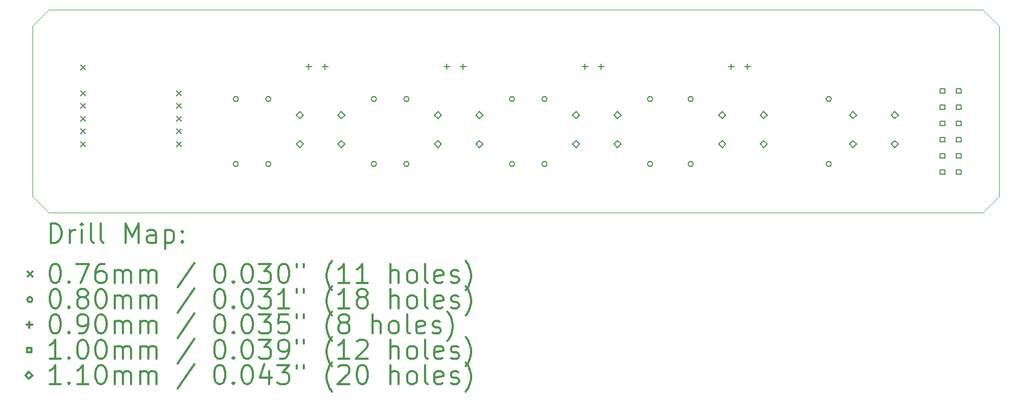
<source format=gbr>
%FSLAX45Y45*%
G04 Gerber Fmt 4.5, Leading zero omitted, Abs format (unit mm)*
G04 Created by KiCad (PCBNEW 5.1.5+dfsg1-2build2) date 2021-12-17 12:38:36*
%MOMM*%
%LPD*%
G04 APERTURE LIST*
%TA.AperFunction,Profile*%
%ADD10C,0.100000*%
%TD*%
%ADD11C,0.200000*%
%ADD12C,0.300000*%
G04 APERTURE END LIST*
D10*
X6731000Y-6731000D02*
X6731000Y-9398000D01*
X6985000Y-6477000D02*
X6731000Y-6731000D01*
X21590000Y-6477000D02*
X6985000Y-6477000D01*
X21844000Y-6731000D02*
X21590000Y-6477000D01*
X21844000Y-9398000D02*
X21844000Y-6731000D01*
X21590000Y-9652000D02*
X21844000Y-9398000D01*
X6985000Y-9652000D02*
X21590000Y-9652000D01*
X6731000Y-9398000D02*
X6985000Y-9652000D01*
D11*
X7478900Y-7343900D02*
X7555100Y-7420100D01*
X7555100Y-7343900D02*
X7478900Y-7420100D01*
X7478900Y-7743900D02*
X7555100Y-7820100D01*
X7555100Y-7743900D02*
X7478900Y-7820100D01*
X7478900Y-7943900D02*
X7555100Y-8020100D01*
X7555100Y-7943900D02*
X7478900Y-8020100D01*
X7478900Y-8143900D02*
X7555100Y-8220100D01*
X7555100Y-8143900D02*
X7478900Y-8220100D01*
X7478900Y-8343900D02*
X7555100Y-8420100D01*
X7555100Y-8343900D02*
X7478900Y-8420100D01*
X7478900Y-8543900D02*
X7555100Y-8620100D01*
X7555100Y-8543900D02*
X7478900Y-8620100D01*
X8978900Y-7743900D02*
X9055100Y-7820100D01*
X9055100Y-7743900D02*
X8978900Y-7820100D01*
X8978900Y-7943900D02*
X9055100Y-8020100D01*
X9055100Y-7943900D02*
X8978900Y-8020100D01*
X8978900Y-8143900D02*
X9055100Y-8220100D01*
X9055100Y-8143900D02*
X8978900Y-8220100D01*
X8978900Y-8343900D02*
X9055100Y-8420100D01*
X9055100Y-8343900D02*
X8978900Y-8420100D01*
X8978900Y-8543900D02*
X9055100Y-8620100D01*
X9055100Y-8543900D02*
X8978900Y-8620100D01*
X10454000Y-7874000D02*
G75*
G03X10454000Y-7874000I-40000J0D01*
G01*
X10454000Y-8890000D02*
G75*
G03X10454000Y-8890000I-40000J0D01*
G01*
X16423000Y-7874000D02*
G75*
G03X16423000Y-7874000I-40000J0D01*
G01*
X16423000Y-8890000D02*
G75*
G03X16423000Y-8890000I-40000J0D01*
G01*
X12613000Y-7874000D02*
G75*
G03X12613000Y-7874000I-40000J0D01*
G01*
X12613000Y-8890000D02*
G75*
G03X12613000Y-8890000I-40000J0D01*
G01*
X14264000Y-7874000D02*
G75*
G03X14264000Y-7874000I-40000J0D01*
G01*
X14264000Y-8890000D02*
G75*
G03X14264000Y-8890000I-40000J0D01*
G01*
X17058000Y-7874000D02*
G75*
G03X17058000Y-7874000I-40000J0D01*
G01*
X17058000Y-8890000D02*
G75*
G03X17058000Y-8890000I-40000J0D01*
G01*
X19217000Y-7874000D02*
G75*
G03X19217000Y-7874000I-40000J0D01*
G01*
X19217000Y-8890000D02*
G75*
G03X19217000Y-8890000I-40000J0D01*
G01*
X12105000Y-7874000D02*
G75*
G03X12105000Y-7874000I-40000J0D01*
G01*
X12105000Y-8890000D02*
G75*
G03X12105000Y-8890000I-40000J0D01*
G01*
X9946000Y-7874000D02*
G75*
G03X9946000Y-7874000I-40000J0D01*
G01*
X9946000Y-8890000D02*
G75*
G03X9946000Y-8890000I-40000J0D01*
G01*
X14772000Y-7874000D02*
G75*
G03X14772000Y-7874000I-40000J0D01*
G01*
X14772000Y-8890000D02*
G75*
G03X14772000Y-8890000I-40000J0D01*
G01*
X13208000Y-7321000D02*
X13208000Y-7411000D01*
X13163000Y-7366000D02*
X13253000Y-7366000D01*
X13462000Y-7321000D02*
X13462000Y-7411000D01*
X13417000Y-7366000D02*
X13507000Y-7366000D01*
X17653000Y-7321000D02*
X17653000Y-7411000D01*
X17608000Y-7366000D02*
X17698000Y-7366000D01*
X17907000Y-7321000D02*
X17907000Y-7411000D01*
X17862000Y-7366000D02*
X17952000Y-7366000D01*
X11049000Y-7321000D02*
X11049000Y-7411000D01*
X11004000Y-7366000D02*
X11094000Y-7366000D01*
X11303000Y-7321000D02*
X11303000Y-7411000D01*
X11258000Y-7366000D02*
X11348000Y-7366000D01*
X15367000Y-7321000D02*
X15367000Y-7411000D01*
X15322000Y-7366000D02*
X15412000Y-7366000D01*
X15621000Y-7321000D02*
X15621000Y-7411000D01*
X15576000Y-7366000D02*
X15666000Y-7366000D01*
X20990356Y-7782356D02*
X20990356Y-7711644D01*
X20919644Y-7711644D01*
X20919644Y-7782356D01*
X20990356Y-7782356D01*
X20990356Y-8036356D02*
X20990356Y-7965644D01*
X20919644Y-7965644D01*
X20919644Y-8036356D01*
X20990356Y-8036356D01*
X20990356Y-8290356D02*
X20990356Y-8219644D01*
X20919644Y-8219644D01*
X20919644Y-8290356D01*
X20990356Y-8290356D01*
X20990356Y-8544356D02*
X20990356Y-8473644D01*
X20919644Y-8473644D01*
X20919644Y-8544356D01*
X20990356Y-8544356D01*
X20990356Y-8798356D02*
X20990356Y-8727644D01*
X20919644Y-8727644D01*
X20919644Y-8798356D01*
X20990356Y-8798356D01*
X20990356Y-9052356D02*
X20990356Y-8981644D01*
X20919644Y-8981644D01*
X20919644Y-9052356D01*
X20990356Y-9052356D01*
X21244356Y-7782356D02*
X21244356Y-7711644D01*
X21173644Y-7711644D01*
X21173644Y-7782356D01*
X21244356Y-7782356D01*
X21244356Y-8036356D02*
X21244356Y-7965644D01*
X21173644Y-7965644D01*
X21173644Y-8036356D01*
X21244356Y-8036356D01*
X21244356Y-8290356D02*
X21244356Y-8219644D01*
X21173644Y-8219644D01*
X21173644Y-8290356D01*
X21244356Y-8290356D01*
X21244356Y-8544356D02*
X21244356Y-8473644D01*
X21173644Y-8473644D01*
X21173644Y-8544356D01*
X21244356Y-8544356D01*
X21244356Y-8798356D02*
X21244356Y-8727644D01*
X21173644Y-8727644D01*
X21173644Y-8798356D01*
X21244356Y-8798356D01*
X21244356Y-9052356D02*
X21244356Y-8981644D01*
X21173644Y-8981644D01*
X21173644Y-9052356D01*
X21244356Y-9052356D01*
X19558000Y-8183000D02*
X19613000Y-8128000D01*
X19558000Y-8073000D01*
X19503000Y-8128000D01*
X19558000Y-8183000D01*
X19558000Y-8633000D02*
X19613000Y-8578000D01*
X19558000Y-8523000D01*
X19503000Y-8578000D01*
X19558000Y-8633000D01*
X20208000Y-8183000D02*
X20263000Y-8128000D01*
X20208000Y-8073000D01*
X20153000Y-8128000D01*
X20208000Y-8183000D01*
X20208000Y-8633000D02*
X20263000Y-8578000D01*
X20208000Y-8523000D01*
X20153000Y-8578000D01*
X20208000Y-8633000D01*
X13066000Y-8183000D02*
X13121000Y-8128000D01*
X13066000Y-8073000D01*
X13011000Y-8128000D01*
X13066000Y-8183000D01*
X13066000Y-8633000D02*
X13121000Y-8578000D01*
X13066000Y-8523000D01*
X13011000Y-8578000D01*
X13066000Y-8633000D01*
X13716000Y-8183000D02*
X13771000Y-8128000D01*
X13716000Y-8073000D01*
X13661000Y-8128000D01*
X13716000Y-8183000D01*
X13716000Y-8633000D02*
X13771000Y-8578000D01*
X13716000Y-8523000D01*
X13661000Y-8578000D01*
X13716000Y-8633000D01*
X17511000Y-8183000D02*
X17566000Y-8128000D01*
X17511000Y-8073000D01*
X17456000Y-8128000D01*
X17511000Y-8183000D01*
X17511000Y-8633000D02*
X17566000Y-8578000D01*
X17511000Y-8523000D01*
X17456000Y-8578000D01*
X17511000Y-8633000D01*
X18161000Y-8183000D02*
X18216000Y-8128000D01*
X18161000Y-8073000D01*
X18106000Y-8128000D01*
X18161000Y-8183000D01*
X18161000Y-8633000D02*
X18216000Y-8578000D01*
X18161000Y-8523000D01*
X18106000Y-8578000D01*
X18161000Y-8633000D01*
X15225000Y-8183000D02*
X15280000Y-8128000D01*
X15225000Y-8073000D01*
X15170000Y-8128000D01*
X15225000Y-8183000D01*
X15225000Y-8633000D02*
X15280000Y-8578000D01*
X15225000Y-8523000D01*
X15170000Y-8578000D01*
X15225000Y-8633000D01*
X15875000Y-8183000D02*
X15930000Y-8128000D01*
X15875000Y-8073000D01*
X15820000Y-8128000D01*
X15875000Y-8183000D01*
X15875000Y-8633000D02*
X15930000Y-8578000D01*
X15875000Y-8523000D01*
X15820000Y-8578000D01*
X15875000Y-8633000D01*
X10907000Y-8183000D02*
X10962000Y-8128000D01*
X10907000Y-8073000D01*
X10852000Y-8128000D01*
X10907000Y-8183000D01*
X10907000Y-8633000D02*
X10962000Y-8578000D01*
X10907000Y-8523000D01*
X10852000Y-8578000D01*
X10907000Y-8633000D01*
X11557000Y-8183000D02*
X11612000Y-8128000D01*
X11557000Y-8073000D01*
X11502000Y-8128000D01*
X11557000Y-8183000D01*
X11557000Y-8633000D02*
X11612000Y-8578000D01*
X11557000Y-8523000D01*
X11502000Y-8578000D01*
X11557000Y-8633000D01*
D12*
X7012428Y-10122714D02*
X7012428Y-9822714D01*
X7083857Y-9822714D01*
X7126714Y-9837000D01*
X7155286Y-9865572D01*
X7169571Y-9894143D01*
X7183857Y-9951286D01*
X7183857Y-9994143D01*
X7169571Y-10051286D01*
X7155286Y-10079857D01*
X7126714Y-10108429D01*
X7083857Y-10122714D01*
X7012428Y-10122714D01*
X7312428Y-10122714D02*
X7312428Y-9922714D01*
X7312428Y-9979857D02*
X7326714Y-9951286D01*
X7341000Y-9937000D01*
X7369571Y-9922714D01*
X7398143Y-9922714D01*
X7498143Y-10122714D02*
X7498143Y-9922714D01*
X7498143Y-9822714D02*
X7483857Y-9837000D01*
X7498143Y-9851286D01*
X7512428Y-9837000D01*
X7498143Y-9822714D01*
X7498143Y-9851286D01*
X7683857Y-10122714D02*
X7655286Y-10108429D01*
X7641000Y-10079857D01*
X7641000Y-9822714D01*
X7841000Y-10122714D02*
X7812428Y-10108429D01*
X7798143Y-10079857D01*
X7798143Y-9822714D01*
X8183857Y-10122714D02*
X8183857Y-9822714D01*
X8283857Y-10037000D01*
X8383857Y-9822714D01*
X8383857Y-10122714D01*
X8655286Y-10122714D02*
X8655286Y-9965572D01*
X8641000Y-9937000D01*
X8612428Y-9922714D01*
X8555286Y-9922714D01*
X8526714Y-9937000D01*
X8655286Y-10108429D02*
X8626714Y-10122714D01*
X8555286Y-10122714D01*
X8526714Y-10108429D01*
X8512428Y-10079857D01*
X8512428Y-10051286D01*
X8526714Y-10022714D01*
X8555286Y-10008429D01*
X8626714Y-10008429D01*
X8655286Y-9994143D01*
X8798143Y-9922714D02*
X8798143Y-10222714D01*
X8798143Y-9937000D02*
X8826714Y-9922714D01*
X8883857Y-9922714D01*
X8912428Y-9937000D01*
X8926714Y-9951286D01*
X8941000Y-9979857D01*
X8941000Y-10065572D01*
X8926714Y-10094143D01*
X8912428Y-10108429D01*
X8883857Y-10122714D01*
X8826714Y-10122714D01*
X8798143Y-10108429D01*
X9069571Y-10094143D02*
X9083857Y-10108429D01*
X9069571Y-10122714D01*
X9055286Y-10108429D01*
X9069571Y-10094143D01*
X9069571Y-10122714D01*
X9069571Y-9937000D02*
X9083857Y-9951286D01*
X9069571Y-9965572D01*
X9055286Y-9951286D01*
X9069571Y-9937000D01*
X9069571Y-9965572D01*
X6649800Y-10578900D02*
X6726000Y-10655100D01*
X6726000Y-10578900D02*
X6649800Y-10655100D01*
X7069571Y-10452714D02*
X7098143Y-10452714D01*
X7126714Y-10467000D01*
X7141000Y-10481286D01*
X7155286Y-10509857D01*
X7169571Y-10567000D01*
X7169571Y-10638429D01*
X7155286Y-10695572D01*
X7141000Y-10724143D01*
X7126714Y-10738429D01*
X7098143Y-10752714D01*
X7069571Y-10752714D01*
X7041000Y-10738429D01*
X7026714Y-10724143D01*
X7012428Y-10695572D01*
X6998143Y-10638429D01*
X6998143Y-10567000D01*
X7012428Y-10509857D01*
X7026714Y-10481286D01*
X7041000Y-10467000D01*
X7069571Y-10452714D01*
X7298143Y-10724143D02*
X7312428Y-10738429D01*
X7298143Y-10752714D01*
X7283857Y-10738429D01*
X7298143Y-10724143D01*
X7298143Y-10752714D01*
X7412428Y-10452714D02*
X7612428Y-10452714D01*
X7483857Y-10752714D01*
X7855286Y-10452714D02*
X7798143Y-10452714D01*
X7769571Y-10467000D01*
X7755286Y-10481286D01*
X7726714Y-10524143D01*
X7712428Y-10581286D01*
X7712428Y-10695572D01*
X7726714Y-10724143D01*
X7741000Y-10738429D01*
X7769571Y-10752714D01*
X7826714Y-10752714D01*
X7855286Y-10738429D01*
X7869571Y-10724143D01*
X7883857Y-10695572D01*
X7883857Y-10624143D01*
X7869571Y-10595572D01*
X7855286Y-10581286D01*
X7826714Y-10567000D01*
X7769571Y-10567000D01*
X7741000Y-10581286D01*
X7726714Y-10595572D01*
X7712428Y-10624143D01*
X8012428Y-10752714D02*
X8012428Y-10552714D01*
X8012428Y-10581286D02*
X8026714Y-10567000D01*
X8055286Y-10552714D01*
X8098143Y-10552714D01*
X8126714Y-10567000D01*
X8141000Y-10595572D01*
X8141000Y-10752714D01*
X8141000Y-10595572D02*
X8155286Y-10567000D01*
X8183857Y-10552714D01*
X8226714Y-10552714D01*
X8255286Y-10567000D01*
X8269571Y-10595572D01*
X8269571Y-10752714D01*
X8412428Y-10752714D02*
X8412428Y-10552714D01*
X8412428Y-10581286D02*
X8426714Y-10567000D01*
X8455286Y-10552714D01*
X8498143Y-10552714D01*
X8526714Y-10567000D01*
X8541000Y-10595572D01*
X8541000Y-10752714D01*
X8541000Y-10595572D02*
X8555286Y-10567000D01*
X8583857Y-10552714D01*
X8626714Y-10552714D01*
X8655286Y-10567000D01*
X8669571Y-10595572D01*
X8669571Y-10752714D01*
X9255286Y-10438429D02*
X8998143Y-10824143D01*
X9641000Y-10452714D02*
X9669571Y-10452714D01*
X9698143Y-10467000D01*
X9712428Y-10481286D01*
X9726714Y-10509857D01*
X9741000Y-10567000D01*
X9741000Y-10638429D01*
X9726714Y-10695572D01*
X9712428Y-10724143D01*
X9698143Y-10738429D01*
X9669571Y-10752714D01*
X9641000Y-10752714D01*
X9612428Y-10738429D01*
X9598143Y-10724143D01*
X9583857Y-10695572D01*
X9569571Y-10638429D01*
X9569571Y-10567000D01*
X9583857Y-10509857D01*
X9598143Y-10481286D01*
X9612428Y-10467000D01*
X9641000Y-10452714D01*
X9869571Y-10724143D02*
X9883857Y-10738429D01*
X9869571Y-10752714D01*
X9855286Y-10738429D01*
X9869571Y-10724143D01*
X9869571Y-10752714D01*
X10069571Y-10452714D02*
X10098143Y-10452714D01*
X10126714Y-10467000D01*
X10141000Y-10481286D01*
X10155286Y-10509857D01*
X10169571Y-10567000D01*
X10169571Y-10638429D01*
X10155286Y-10695572D01*
X10141000Y-10724143D01*
X10126714Y-10738429D01*
X10098143Y-10752714D01*
X10069571Y-10752714D01*
X10041000Y-10738429D01*
X10026714Y-10724143D01*
X10012428Y-10695572D01*
X9998143Y-10638429D01*
X9998143Y-10567000D01*
X10012428Y-10509857D01*
X10026714Y-10481286D01*
X10041000Y-10467000D01*
X10069571Y-10452714D01*
X10269571Y-10452714D02*
X10455286Y-10452714D01*
X10355286Y-10567000D01*
X10398143Y-10567000D01*
X10426714Y-10581286D01*
X10441000Y-10595572D01*
X10455286Y-10624143D01*
X10455286Y-10695572D01*
X10441000Y-10724143D01*
X10426714Y-10738429D01*
X10398143Y-10752714D01*
X10312428Y-10752714D01*
X10283857Y-10738429D01*
X10269571Y-10724143D01*
X10641000Y-10452714D02*
X10669571Y-10452714D01*
X10698143Y-10467000D01*
X10712428Y-10481286D01*
X10726714Y-10509857D01*
X10741000Y-10567000D01*
X10741000Y-10638429D01*
X10726714Y-10695572D01*
X10712428Y-10724143D01*
X10698143Y-10738429D01*
X10669571Y-10752714D01*
X10641000Y-10752714D01*
X10612428Y-10738429D01*
X10598143Y-10724143D01*
X10583857Y-10695572D01*
X10569571Y-10638429D01*
X10569571Y-10567000D01*
X10583857Y-10509857D01*
X10598143Y-10481286D01*
X10612428Y-10467000D01*
X10641000Y-10452714D01*
X10855286Y-10452714D02*
X10855286Y-10509857D01*
X10969571Y-10452714D02*
X10969571Y-10509857D01*
X11412428Y-10867000D02*
X11398143Y-10852714D01*
X11369571Y-10809857D01*
X11355286Y-10781286D01*
X11341000Y-10738429D01*
X11326714Y-10667000D01*
X11326714Y-10609857D01*
X11341000Y-10538429D01*
X11355286Y-10495572D01*
X11369571Y-10467000D01*
X11398143Y-10424143D01*
X11412428Y-10409857D01*
X11683857Y-10752714D02*
X11512428Y-10752714D01*
X11598143Y-10752714D02*
X11598143Y-10452714D01*
X11569571Y-10495572D01*
X11541000Y-10524143D01*
X11512428Y-10538429D01*
X11969571Y-10752714D02*
X11798143Y-10752714D01*
X11883857Y-10752714D02*
X11883857Y-10452714D01*
X11855286Y-10495572D01*
X11826714Y-10524143D01*
X11798143Y-10538429D01*
X12326714Y-10752714D02*
X12326714Y-10452714D01*
X12455286Y-10752714D02*
X12455286Y-10595572D01*
X12441000Y-10567000D01*
X12412428Y-10552714D01*
X12369571Y-10552714D01*
X12341000Y-10567000D01*
X12326714Y-10581286D01*
X12641000Y-10752714D02*
X12612428Y-10738429D01*
X12598143Y-10724143D01*
X12583857Y-10695572D01*
X12583857Y-10609857D01*
X12598143Y-10581286D01*
X12612428Y-10567000D01*
X12641000Y-10552714D01*
X12683857Y-10552714D01*
X12712428Y-10567000D01*
X12726714Y-10581286D01*
X12741000Y-10609857D01*
X12741000Y-10695572D01*
X12726714Y-10724143D01*
X12712428Y-10738429D01*
X12683857Y-10752714D01*
X12641000Y-10752714D01*
X12912428Y-10752714D02*
X12883857Y-10738429D01*
X12869571Y-10709857D01*
X12869571Y-10452714D01*
X13141000Y-10738429D02*
X13112428Y-10752714D01*
X13055286Y-10752714D01*
X13026714Y-10738429D01*
X13012428Y-10709857D01*
X13012428Y-10595572D01*
X13026714Y-10567000D01*
X13055286Y-10552714D01*
X13112428Y-10552714D01*
X13141000Y-10567000D01*
X13155286Y-10595572D01*
X13155286Y-10624143D01*
X13012428Y-10652714D01*
X13269571Y-10738429D02*
X13298143Y-10752714D01*
X13355286Y-10752714D01*
X13383857Y-10738429D01*
X13398143Y-10709857D01*
X13398143Y-10695572D01*
X13383857Y-10667000D01*
X13355286Y-10652714D01*
X13312428Y-10652714D01*
X13283857Y-10638429D01*
X13269571Y-10609857D01*
X13269571Y-10595572D01*
X13283857Y-10567000D01*
X13312428Y-10552714D01*
X13355286Y-10552714D01*
X13383857Y-10567000D01*
X13498143Y-10867000D02*
X13512428Y-10852714D01*
X13541000Y-10809857D01*
X13555286Y-10781286D01*
X13569571Y-10738429D01*
X13583857Y-10667000D01*
X13583857Y-10609857D01*
X13569571Y-10538429D01*
X13555286Y-10495572D01*
X13541000Y-10467000D01*
X13512428Y-10424143D01*
X13498143Y-10409857D01*
X6726000Y-11013000D02*
G75*
G03X6726000Y-11013000I-40000J0D01*
G01*
X7069571Y-10848714D02*
X7098143Y-10848714D01*
X7126714Y-10863000D01*
X7141000Y-10877286D01*
X7155286Y-10905857D01*
X7169571Y-10963000D01*
X7169571Y-11034429D01*
X7155286Y-11091572D01*
X7141000Y-11120143D01*
X7126714Y-11134429D01*
X7098143Y-11148714D01*
X7069571Y-11148714D01*
X7041000Y-11134429D01*
X7026714Y-11120143D01*
X7012428Y-11091572D01*
X6998143Y-11034429D01*
X6998143Y-10963000D01*
X7012428Y-10905857D01*
X7026714Y-10877286D01*
X7041000Y-10863000D01*
X7069571Y-10848714D01*
X7298143Y-11120143D02*
X7312428Y-11134429D01*
X7298143Y-11148714D01*
X7283857Y-11134429D01*
X7298143Y-11120143D01*
X7298143Y-11148714D01*
X7483857Y-10977286D02*
X7455286Y-10963000D01*
X7441000Y-10948714D01*
X7426714Y-10920143D01*
X7426714Y-10905857D01*
X7441000Y-10877286D01*
X7455286Y-10863000D01*
X7483857Y-10848714D01*
X7541000Y-10848714D01*
X7569571Y-10863000D01*
X7583857Y-10877286D01*
X7598143Y-10905857D01*
X7598143Y-10920143D01*
X7583857Y-10948714D01*
X7569571Y-10963000D01*
X7541000Y-10977286D01*
X7483857Y-10977286D01*
X7455286Y-10991572D01*
X7441000Y-11005857D01*
X7426714Y-11034429D01*
X7426714Y-11091572D01*
X7441000Y-11120143D01*
X7455286Y-11134429D01*
X7483857Y-11148714D01*
X7541000Y-11148714D01*
X7569571Y-11134429D01*
X7583857Y-11120143D01*
X7598143Y-11091572D01*
X7598143Y-11034429D01*
X7583857Y-11005857D01*
X7569571Y-10991572D01*
X7541000Y-10977286D01*
X7783857Y-10848714D02*
X7812428Y-10848714D01*
X7841000Y-10863000D01*
X7855286Y-10877286D01*
X7869571Y-10905857D01*
X7883857Y-10963000D01*
X7883857Y-11034429D01*
X7869571Y-11091572D01*
X7855286Y-11120143D01*
X7841000Y-11134429D01*
X7812428Y-11148714D01*
X7783857Y-11148714D01*
X7755286Y-11134429D01*
X7741000Y-11120143D01*
X7726714Y-11091572D01*
X7712428Y-11034429D01*
X7712428Y-10963000D01*
X7726714Y-10905857D01*
X7741000Y-10877286D01*
X7755286Y-10863000D01*
X7783857Y-10848714D01*
X8012428Y-11148714D02*
X8012428Y-10948714D01*
X8012428Y-10977286D02*
X8026714Y-10963000D01*
X8055286Y-10948714D01*
X8098143Y-10948714D01*
X8126714Y-10963000D01*
X8141000Y-10991572D01*
X8141000Y-11148714D01*
X8141000Y-10991572D02*
X8155286Y-10963000D01*
X8183857Y-10948714D01*
X8226714Y-10948714D01*
X8255286Y-10963000D01*
X8269571Y-10991572D01*
X8269571Y-11148714D01*
X8412428Y-11148714D02*
X8412428Y-10948714D01*
X8412428Y-10977286D02*
X8426714Y-10963000D01*
X8455286Y-10948714D01*
X8498143Y-10948714D01*
X8526714Y-10963000D01*
X8541000Y-10991572D01*
X8541000Y-11148714D01*
X8541000Y-10991572D02*
X8555286Y-10963000D01*
X8583857Y-10948714D01*
X8626714Y-10948714D01*
X8655286Y-10963000D01*
X8669571Y-10991572D01*
X8669571Y-11148714D01*
X9255286Y-10834429D02*
X8998143Y-11220143D01*
X9641000Y-10848714D02*
X9669571Y-10848714D01*
X9698143Y-10863000D01*
X9712428Y-10877286D01*
X9726714Y-10905857D01*
X9741000Y-10963000D01*
X9741000Y-11034429D01*
X9726714Y-11091572D01*
X9712428Y-11120143D01*
X9698143Y-11134429D01*
X9669571Y-11148714D01*
X9641000Y-11148714D01*
X9612428Y-11134429D01*
X9598143Y-11120143D01*
X9583857Y-11091572D01*
X9569571Y-11034429D01*
X9569571Y-10963000D01*
X9583857Y-10905857D01*
X9598143Y-10877286D01*
X9612428Y-10863000D01*
X9641000Y-10848714D01*
X9869571Y-11120143D02*
X9883857Y-11134429D01*
X9869571Y-11148714D01*
X9855286Y-11134429D01*
X9869571Y-11120143D01*
X9869571Y-11148714D01*
X10069571Y-10848714D02*
X10098143Y-10848714D01*
X10126714Y-10863000D01*
X10141000Y-10877286D01*
X10155286Y-10905857D01*
X10169571Y-10963000D01*
X10169571Y-11034429D01*
X10155286Y-11091572D01*
X10141000Y-11120143D01*
X10126714Y-11134429D01*
X10098143Y-11148714D01*
X10069571Y-11148714D01*
X10041000Y-11134429D01*
X10026714Y-11120143D01*
X10012428Y-11091572D01*
X9998143Y-11034429D01*
X9998143Y-10963000D01*
X10012428Y-10905857D01*
X10026714Y-10877286D01*
X10041000Y-10863000D01*
X10069571Y-10848714D01*
X10269571Y-10848714D02*
X10455286Y-10848714D01*
X10355286Y-10963000D01*
X10398143Y-10963000D01*
X10426714Y-10977286D01*
X10441000Y-10991572D01*
X10455286Y-11020143D01*
X10455286Y-11091572D01*
X10441000Y-11120143D01*
X10426714Y-11134429D01*
X10398143Y-11148714D01*
X10312428Y-11148714D01*
X10283857Y-11134429D01*
X10269571Y-11120143D01*
X10741000Y-11148714D02*
X10569571Y-11148714D01*
X10655286Y-11148714D02*
X10655286Y-10848714D01*
X10626714Y-10891572D01*
X10598143Y-10920143D01*
X10569571Y-10934429D01*
X10855286Y-10848714D02*
X10855286Y-10905857D01*
X10969571Y-10848714D02*
X10969571Y-10905857D01*
X11412428Y-11263000D02*
X11398143Y-11248714D01*
X11369571Y-11205857D01*
X11355286Y-11177286D01*
X11341000Y-11134429D01*
X11326714Y-11063000D01*
X11326714Y-11005857D01*
X11341000Y-10934429D01*
X11355286Y-10891572D01*
X11369571Y-10863000D01*
X11398143Y-10820143D01*
X11412428Y-10805857D01*
X11683857Y-11148714D02*
X11512428Y-11148714D01*
X11598143Y-11148714D02*
X11598143Y-10848714D01*
X11569571Y-10891572D01*
X11541000Y-10920143D01*
X11512428Y-10934429D01*
X11855286Y-10977286D02*
X11826714Y-10963000D01*
X11812428Y-10948714D01*
X11798143Y-10920143D01*
X11798143Y-10905857D01*
X11812428Y-10877286D01*
X11826714Y-10863000D01*
X11855286Y-10848714D01*
X11912428Y-10848714D01*
X11941000Y-10863000D01*
X11955286Y-10877286D01*
X11969571Y-10905857D01*
X11969571Y-10920143D01*
X11955286Y-10948714D01*
X11941000Y-10963000D01*
X11912428Y-10977286D01*
X11855286Y-10977286D01*
X11826714Y-10991572D01*
X11812428Y-11005857D01*
X11798143Y-11034429D01*
X11798143Y-11091572D01*
X11812428Y-11120143D01*
X11826714Y-11134429D01*
X11855286Y-11148714D01*
X11912428Y-11148714D01*
X11941000Y-11134429D01*
X11955286Y-11120143D01*
X11969571Y-11091572D01*
X11969571Y-11034429D01*
X11955286Y-11005857D01*
X11941000Y-10991572D01*
X11912428Y-10977286D01*
X12326714Y-11148714D02*
X12326714Y-10848714D01*
X12455286Y-11148714D02*
X12455286Y-10991572D01*
X12441000Y-10963000D01*
X12412428Y-10948714D01*
X12369571Y-10948714D01*
X12341000Y-10963000D01*
X12326714Y-10977286D01*
X12641000Y-11148714D02*
X12612428Y-11134429D01*
X12598143Y-11120143D01*
X12583857Y-11091572D01*
X12583857Y-11005857D01*
X12598143Y-10977286D01*
X12612428Y-10963000D01*
X12641000Y-10948714D01*
X12683857Y-10948714D01*
X12712428Y-10963000D01*
X12726714Y-10977286D01*
X12741000Y-11005857D01*
X12741000Y-11091572D01*
X12726714Y-11120143D01*
X12712428Y-11134429D01*
X12683857Y-11148714D01*
X12641000Y-11148714D01*
X12912428Y-11148714D02*
X12883857Y-11134429D01*
X12869571Y-11105857D01*
X12869571Y-10848714D01*
X13141000Y-11134429D02*
X13112428Y-11148714D01*
X13055286Y-11148714D01*
X13026714Y-11134429D01*
X13012428Y-11105857D01*
X13012428Y-10991572D01*
X13026714Y-10963000D01*
X13055286Y-10948714D01*
X13112428Y-10948714D01*
X13141000Y-10963000D01*
X13155286Y-10991572D01*
X13155286Y-11020143D01*
X13012428Y-11048714D01*
X13269571Y-11134429D02*
X13298143Y-11148714D01*
X13355286Y-11148714D01*
X13383857Y-11134429D01*
X13398143Y-11105857D01*
X13398143Y-11091572D01*
X13383857Y-11063000D01*
X13355286Y-11048714D01*
X13312428Y-11048714D01*
X13283857Y-11034429D01*
X13269571Y-11005857D01*
X13269571Y-10991572D01*
X13283857Y-10963000D01*
X13312428Y-10948714D01*
X13355286Y-10948714D01*
X13383857Y-10963000D01*
X13498143Y-11263000D02*
X13512428Y-11248714D01*
X13541000Y-11205857D01*
X13555286Y-11177286D01*
X13569571Y-11134429D01*
X13583857Y-11063000D01*
X13583857Y-11005857D01*
X13569571Y-10934429D01*
X13555286Y-10891572D01*
X13541000Y-10863000D01*
X13512428Y-10820143D01*
X13498143Y-10805857D01*
X6681000Y-11364000D02*
X6681000Y-11454000D01*
X6636000Y-11409000D02*
X6726000Y-11409000D01*
X7069571Y-11244714D02*
X7098143Y-11244714D01*
X7126714Y-11259000D01*
X7141000Y-11273286D01*
X7155286Y-11301857D01*
X7169571Y-11359000D01*
X7169571Y-11430429D01*
X7155286Y-11487571D01*
X7141000Y-11516143D01*
X7126714Y-11530429D01*
X7098143Y-11544714D01*
X7069571Y-11544714D01*
X7041000Y-11530429D01*
X7026714Y-11516143D01*
X7012428Y-11487571D01*
X6998143Y-11430429D01*
X6998143Y-11359000D01*
X7012428Y-11301857D01*
X7026714Y-11273286D01*
X7041000Y-11259000D01*
X7069571Y-11244714D01*
X7298143Y-11516143D02*
X7312428Y-11530429D01*
X7298143Y-11544714D01*
X7283857Y-11530429D01*
X7298143Y-11516143D01*
X7298143Y-11544714D01*
X7455286Y-11544714D02*
X7512428Y-11544714D01*
X7541000Y-11530429D01*
X7555286Y-11516143D01*
X7583857Y-11473286D01*
X7598143Y-11416143D01*
X7598143Y-11301857D01*
X7583857Y-11273286D01*
X7569571Y-11259000D01*
X7541000Y-11244714D01*
X7483857Y-11244714D01*
X7455286Y-11259000D01*
X7441000Y-11273286D01*
X7426714Y-11301857D01*
X7426714Y-11373286D01*
X7441000Y-11401857D01*
X7455286Y-11416143D01*
X7483857Y-11430429D01*
X7541000Y-11430429D01*
X7569571Y-11416143D01*
X7583857Y-11401857D01*
X7598143Y-11373286D01*
X7783857Y-11244714D02*
X7812428Y-11244714D01*
X7841000Y-11259000D01*
X7855286Y-11273286D01*
X7869571Y-11301857D01*
X7883857Y-11359000D01*
X7883857Y-11430429D01*
X7869571Y-11487571D01*
X7855286Y-11516143D01*
X7841000Y-11530429D01*
X7812428Y-11544714D01*
X7783857Y-11544714D01*
X7755286Y-11530429D01*
X7741000Y-11516143D01*
X7726714Y-11487571D01*
X7712428Y-11430429D01*
X7712428Y-11359000D01*
X7726714Y-11301857D01*
X7741000Y-11273286D01*
X7755286Y-11259000D01*
X7783857Y-11244714D01*
X8012428Y-11544714D02*
X8012428Y-11344714D01*
X8012428Y-11373286D02*
X8026714Y-11359000D01*
X8055286Y-11344714D01*
X8098143Y-11344714D01*
X8126714Y-11359000D01*
X8141000Y-11387571D01*
X8141000Y-11544714D01*
X8141000Y-11387571D02*
X8155286Y-11359000D01*
X8183857Y-11344714D01*
X8226714Y-11344714D01*
X8255286Y-11359000D01*
X8269571Y-11387571D01*
X8269571Y-11544714D01*
X8412428Y-11544714D02*
X8412428Y-11344714D01*
X8412428Y-11373286D02*
X8426714Y-11359000D01*
X8455286Y-11344714D01*
X8498143Y-11344714D01*
X8526714Y-11359000D01*
X8541000Y-11387571D01*
X8541000Y-11544714D01*
X8541000Y-11387571D02*
X8555286Y-11359000D01*
X8583857Y-11344714D01*
X8626714Y-11344714D01*
X8655286Y-11359000D01*
X8669571Y-11387571D01*
X8669571Y-11544714D01*
X9255286Y-11230429D02*
X8998143Y-11616143D01*
X9641000Y-11244714D02*
X9669571Y-11244714D01*
X9698143Y-11259000D01*
X9712428Y-11273286D01*
X9726714Y-11301857D01*
X9741000Y-11359000D01*
X9741000Y-11430429D01*
X9726714Y-11487571D01*
X9712428Y-11516143D01*
X9698143Y-11530429D01*
X9669571Y-11544714D01*
X9641000Y-11544714D01*
X9612428Y-11530429D01*
X9598143Y-11516143D01*
X9583857Y-11487571D01*
X9569571Y-11430429D01*
X9569571Y-11359000D01*
X9583857Y-11301857D01*
X9598143Y-11273286D01*
X9612428Y-11259000D01*
X9641000Y-11244714D01*
X9869571Y-11516143D02*
X9883857Y-11530429D01*
X9869571Y-11544714D01*
X9855286Y-11530429D01*
X9869571Y-11516143D01*
X9869571Y-11544714D01*
X10069571Y-11244714D02*
X10098143Y-11244714D01*
X10126714Y-11259000D01*
X10141000Y-11273286D01*
X10155286Y-11301857D01*
X10169571Y-11359000D01*
X10169571Y-11430429D01*
X10155286Y-11487571D01*
X10141000Y-11516143D01*
X10126714Y-11530429D01*
X10098143Y-11544714D01*
X10069571Y-11544714D01*
X10041000Y-11530429D01*
X10026714Y-11516143D01*
X10012428Y-11487571D01*
X9998143Y-11430429D01*
X9998143Y-11359000D01*
X10012428Y-11301857D01*
X10026714Y-11273286D01*
X10041000Y-11259000D01*
X10069571Y-11244714D01*
X10269571Y-11244714D02*
X10455286Y-11244714D01*
X10355286Y-11359000D01*
X10398143Y-11359000D01*
X10426714Y-11373286D01*
X10441000Y-11387571D01*
X10455286Y-11416143D01*
X10455286Y-11487571D01*
X10441000Y-11516143D01*
X10426714Y-11530429D01*
X10398143Y-11544714D01*
X10312428Y-11544714D01*
X10283857Y-11530429D01*
X10269571Y-11516143D01*
X10726714Y-11244714D02*
X10583857Y-11244714D01*
X10569571Y-11387571D01*
X10583857Y-11373286D01*
X10612428Y-11359000D01*
X10683857Y-11359000D01*
X10712428Y-11373286D01*
X10726714Y-11387571D01*
X10741000Y-11416143D01*
X10741000Y-11487571D01*
X10726714Y-11516143D01*
X10712428Y-11530429D01*
X10683857Y-11544714D01*
X10612428Y-11544714D01*
X10583857Y-11530429D01*
X10569571Y-11516143D01*
X10855286Y-11244714D02*
X10855286Y-11301857D01*
X10969571Y-11244714D02*
X10969571Y-11301857D01*
X11412428Y-11659000D02*
X11398143Y-11644714D01*
X11369571Y-11601857D01*
X11355286Y-11573286D01*
X11341000Y-11530429D01*
X11326714Y-11459000D01*
X11326714Y-11401857D01*
X11341000Y-11330429D01*
X11355286Y-11287571D01*
X11369571Y-11259000D01*
X11398143Y-11216143D01*
X11412428Y-11201857D01*
X11569571Y-11373286D02*
X11541000Y-11359000D01*
X11526714Y-11344714D01*
X11512428Y-11316143D01*
X11512428Y-11301857D01*
X11526714Y-11273286D01*
X11541000Y-11259000D01*
X11569571Y-11244714D01*
X11626714Y-11244714D01*
X11655286Y-11259000D01*
X11669571Y-11273286D01*
X11683857Y-11301857D01*
X11683857Y-11316143D01*
X11669571Y-11344714D01*
X11655286Y-11359000D01*
X11626714Y-11373286D01*
X11569571Y-11373286D01*
X11541000Y-11387571D01*
X11526714Y-11401857D01*
X11512428Y-11430429D01*
X11512428Y-11487571D01*
X11526714Y-11516143D01*
X11541000Y-11530429D01*
X11569571Y-11544714D01*
X11626714Y-11544714D01*
X11655286Y-11530429D01*
X11669571Y-11516143D01*
X11683857Y-11487571D01*
X11683857Y-11430429D01*
X11669571Y-11401857D01*
X11655286Y-11387571D01*
X11626714Y-11373286D01*
X12041000Y-11544714D02*
X12041000Y-11244714D01*
X12169571Y-11544714D02*
X12169571Y-11387571D01*
X12155286Y-11359000D01*
X12126714Y-11344714D01*
X12083857Y-11344714D01*
X12055286Y-11359000D01*
X12041000Y-11373286D01*
X12355286Y-11544714D02*
X12326714Y-11530429D01*
X12312428Y-11516143D01*
X12298143Y-11487571D01*
X12298143Y-11401857D01*
X12312428Y-11373286D01*
X12326714Y-11359000D01*
X12355286Y-11344714D01*
X12398143Y-11344714D01*
X12426714Y-11359000D01*
X12441000Y-11373286D01*
X12455286Y-11401857D01*
X12455286Y-11487571D01*
X12441000Y-11516143D01*
X12426714Y-11530429D01*
X12398143Y-11544714D01*
X12355286Y-11544714D01*
X12626714Y-11544714D02*
X12598143Y-11530429D01*
X12583857Y-11501857D01*
X12583857Y-11244714D01*
X12855286Y-11530429D02*
X12826714Y-11544714D01*
X12769571Y-11544714D01*
X12741000Y-11530429D01*
X12726714Y-11501857D01*
X12726714Y-11387571D01*
X12741000Y-11359000D01*
X12769571Y-11344714D01*
X12826714Y-11344714D01*
X12855286Y-11359000D01*
X12869571Y-11387571D01*
X12869571Y-11416143D01*
X12726714Y-11444714D01*
X12983857Y-11530429D02*
X13012428Y-11544714D01*
X13069571Y-11544714D01*
X13098143Y-11530429D01*
X13112428Y-11501857D01*
X13112428Y-11487571D01*
X13098143Y-11459000D01*
X13069571Y-11444714D01*
X13026714Y-11444714D01*
X12998143Y-11430429D01*
X12983857Y-11401857D01*
X12983857Y-11387571D01*
X12998143Y-11359000D01*
X13026714Y-11344714D01*
X13069571Y-11344714D01*
X13098143Y-11359000D01*
X13212428Y-11659000D02*
X13226714Y-11644714D01*
X13255286Y-11601857D01*
X13269571Y-11573286D01*
X13283857Y-11530429D01*
X13298143Y-11459000D01*
X13298143Y-11401857D01*
X13283857Y-11330429D01*
X13269571Y-11287571D01*
X13255286Y-11259000D01*
X13226714Y-11216143D01*
X13212428Y-11201857D01*
X6711356Y-11840356D02*
X6711356Y-11769644D01*
X6640644Y-11769644D01*
X6640644Y-11840356D01*
X6711356Y-11840356D01*
X7169571Y-11940714D02*
X6998143Y-11940714D01*
X7083857Y-11940714D02*
X7083857Y-11640714D01*
X7055286Y-11683571D01*
X7026714Y-11712143D01*
X6998143Y-11726429D01*
X7298143Y-11912143D02*
X7312428Y-11926429D01*
X7298143Y-11940714D01*
X7283857Y-11926429D01*
X7298143Y-11912143D01*
X7298143Y-11940714D01*
X7498143Y-11640714D02*
X7526714Y-11640714D01*
X7555286Y-11655000D01*
X7569571Y-11669286D01*
X7583857Y-11697857D01*
X7598143Y-11755000D01*
X7598143Y-11826429D01*
X7583857Y-11883571D01*
X7569571Y-11912143D01*
X7555286Y-11926429D01*
X7526714Y-11940714D01*
X7498143Y-11940714D01*
X7469571Y-11926429D01*
X7455286Y-11912143D01*
X7441000Y-11883571D01*
X7426714Y-11826429D01*
X7426714Y-11755000D01*
X7441000Y-11697857D01*
X7455286Y-11669286D01*
X7469571Y-11655000D01*
X7498143Y-11640714D01*
X7783857Y-11640714D02*
X7812428Y-11640714D01*
X7841000Y-11655000D01*
X7855286Y-11669286D01*
X7869571Y-11697857D01*
X7883857Y-11755000D01*
X7883857Y-11826429D01*
X7869571Y-11883571D01*
X7855286Y-11912143D01*
X7841000Y-11926429D01*
X7812428Y-11940714D01*
X7783857Y-11940714D01*
X7755286Y-11926429D01*
X7741000Y-11912143D01*
X7726714Y-11883571D01*
X7712428Y-11826429D01*
X7712428Y-11755000D01*
X7726714Y-11697857D01*
X7741000Y-11669286D01*
X7755286Y-11655000D01*
X7783857Y-11640714D01*
X8012428Y-11940714D02*
X8012428Y-11740714D01*
X8012428Y-11769286D02*
X8026714Y-11755000D01*
X8055286Y-11740714D01*
X8098143Y-11740714D01*
X8126714Y-11755000D01*
X8141000Y-11783571D01*
X8141000Y-11940714D01*
X8141000Y-11783571D02*
X8155286Y-11755000D01*
X8183857Y-11740714D01*
X8226714Y-11740714D01*
X8255286Y-11755000D01*
X8269571Y-11783571D01*
X8269571Y-11940714D01*
X8412428Y-11940714D02*
X8412428Y-11740714D01*
X8412428Y-11769286D02*
X8426714Y-11755000D01*
X8455286Y-11740714D01*
X8498143Y-11740714D01*
X8526714Y-11755000D01*
X8541000Y-11783571D01*
X8541000Y-11940714D01*
X8541000Y-11783571D02*
X8555286Y-11755000D01*
X8583857Y-11740714D01*
X8626714Y-11740714D01*
X8655286Y-11755000D01*
X8669571Y-11783571D01*
X8669571Y-11940714D01*
X9255286Y-11626429D02*
X8998143Y-12012143D01*
X9641000Y-11640714D02*
X9669571Y-11640714D01*
X9698143Y-11655000D01*
X9712428Y-11669286D01*
X9726714Y-11697857D01*
X9741000Y-11755000D01*
X9741000Y-11826429D01*
X9726714Y-11883571D01*
X9712428Y-11912143D01*
X9698143Y-11926429D01*
X9669571Y-11940714D01*
X9641000Y-11940714D01*
X9612428Y-11926429D01*
X9598143Y-11912143D01*
X9583857Y-11883571D01*
X9569571Y-11826429D01*
X9569571Y-11755000D01*
X9583857Y-11697857D01*
X9598143Y-11669286D01*
X9612428Y-11655000D01*
X9641000Y-11640714D01*
X9869571Y-11912143D02*
X9883857Y-11926429D01*
X9869571Y-11940714D01*
X9855286Y-11926429D01*
X9869571Y-11912143D01*
X9869571Y-11940714D01*
X10069571Y-11640714D02*
X10098143Y-11640714D01*
X10126714Y-11655000D01*
X10141000Y-11669286D01*
X10155286Y-11697857D01*
X10169571Y-11755000D01*
X10169571Y-11826429D01*
X10155286Y-11883571D01*
X10141000Y-11912143D01*
X10126714Y-11926429D01*
X10098143Y-11940714D01*
X10069571Y-11940714D01*
X10041000Y-11926429D01*
X10026714Y-11912143D01*
X10012428Y-11883571D01*
X9998143Y-11826429D01*
X9998143Y-11755000D01*
X10012428Y-11697857D01*
X10026714Y-11669286D01*
X10041000Y-11655000D01*
X10069571Y-11640714D01*
X10269571Y-11640714D02*
X10455286Y-11640714D01*
X10355286Y-11755000D01*
X10398143Y-11755000D01*
X10426714Y-11769286D01*
X10441000Y-11783571D01*
X10455286Y-11812143D01*
X10455286Y-11883571D01*
X10441000Y-11912143D01*
X10426714Y-11926429D01*
X10398143Y-11940714D01*
X10312428Y-11940714D01*
X10283857Y-11926429D01*
X10269571Y-11912143D01*
X10598143Y-11940714D02*
X10655286Y-11940714D01*
X10683857Y-11926429D01*
X10698143Y-11912143D01*
X10726714Y-11869286D01*
X10741000Y-11812143D01*
X10741000Y-11697857D01*
X10726714Y-11669286D01*
X10712428Y-11655000D01*
X10683857Y-11640714D01*
X10626714Y-11640714D01*
X10598143Y-11655000D01*
X10583857Y-11669286D01*
X10569571Y-11697857D01*
X10569571Y-11769286D01*
X10583857Y-11797857D01*
X10598143Y-11812143D01*
X10626714Y-11826429D01*
X10683857Y-11826429D01*
X10712428Y-11812143D01*
X10726714Y-11797857D01*
X10741000Y-11769286D01*
X10855286Y-11640714D02*
X10855286Y-11697857D01*
X10969571Y-11640714D02*
X10969571Y-11697857D01*
X11412428Y-12055000D02*
X11398143Y-12040714D01*
X11369571Y-11997857D01*
X11355286Y-11969286D01*
X11341000Y-11926429D01*
X11326714Y-11855000D01*
X11326714Y-11797857D01*
X11341000Y-11726429D01*
X11355286Y-11683571D01*
X11369571Y-11655000D01*
X11398143Y-11612143D01*
X11412428Y-11597857D01*
X11683857Y-11940714D02*
X11512428Y-11940714D01*
X11598143Y-11940714D02*
X11598143Y-11640714D01*
X11569571Y-11683571D01*
X11541000Y-11712143D01*
X11512428Y-11726429D01*
X11798143Y-11669286D02*
X11812428Y-11655000D01*
X11841000Y-11640714D01*
X11912428Y-11640714D01*
X11941000Y-11655000D01*
X11955286Y-11669286D01*
X11969571Y-11697857D01*
X11969571Y-11726429D01*
X11955286Y-11769286D01*
X11783857Y-11940714D01*
X11969571Y-11940714D01*
X12326714Y-11940714D02*
X12326714Y-11640714D01*
X12455286Y-11940714D02*
X12455286Y-11783571D01*
X12441000Y-11755000D01*
X12412428Y-11740714D01*
X12369571Y-11740714D01*
X12341000Y-11755000D01*
X12326714Y-11769286D01*
X12641000Y-11940714D02*
X12612428Y-11926429D01*
X12598143Y-11912143D01*
X12583857Y-11883571D01*
X12583857Y-11797857D01*
X12598143Y-11769286D01*
X12612428Y-11755000D01*
X12641000Y-11740714D01*
X12683857Y-11740714D01*
X12712428Y-11755000D01*
X12726714Y-11769286D01*
X12741000Y-11797857D01*
X12741000Y-11883571D01*
X12726714Y-11912143D01*
X12712428Y-11926429D01*
X12683857Y-11940714D01*
X12641000Y-11940714D01*
X12912428Y-11940714D02*
X12883857Y-11926429D01*
X12869571Y-11897857D01*
X12869571Y-11640714D01*
X13141000Y-11926429D02*
X13112428Y-11940714D01*
X13055286Y-11940714D01*
X13026714Y-11926429D01*
X13012428Y-11897857D01*
X13012428Y-11783571D01*
X13026714Y-11755000D01*
X13055286Y-11740714D01*
X13112428Y-11740714D01*
X13141000Y-11755000D01*
X13155286Y-11783571D01*
X13155286Y-11812143D01*
X13012428Y-11840714D01*
X13269571Y-11926429D02*
X13298143Y-11940714D01*
X13355286Y-11940714D01*
X13383857Y-11926429D01*
X13398143Y-11897857D01*
X13398143Y-11883571D01*
X13383857Y-11855000D01*
X13355286Y-11840714D01*
X13312428Y-11840714D01*
X13283857Y-11826429D01*
X13269571Y-11797857D01*
X13269571Y-11783571D01*
X13283857Y-11755000D01*
X13312428Y-11740714D01*
X13355286Y-11740714D01*
X13383857Y-11755000D01*
X13498143Y-12055000D02*
X13512428Y-12040714D01*
X13541000Y-11997857D01*
X13555286Y-11969286D01*
X13569571Y-11926429D01*
X13583857Y-11855000D01*
X13583857Y-11797857D01*
X13569571Y-11726429D01*
X13555286Y-11683571D01*
X13541000Y-11655000D01*
X13512428Y-11612143D01*
X13498143Y-11597857D01*
X6671000Y-12256000D02*
X6726000Y-12201000D01*
X6671000Y-12146000D01*
X6616000Y-12201000D01*
X6671000Y-12256000D01*
X7169571Y-12336714D02*
X6998143Y-12336714D01*
X7083857Y-12336714D02*
X7083857Y-12036714D01*
X7055286Y-12079571D01*
X7026714Y-12108143D01*
X6998143Y-12122429D01*
X7298143Y-12308143D02*
X7312428Y-12322429D01*
X7298143Y-12336714D01*
X7283857Y-12322429D01*
X7298143Y-12308143D01*
X7298143Y-12336714D01*
X7598143Y-12336714D02*
X7426714Y-12336714D01*
X7512428Y-12336714D02*
X7512428Y-12036714D01*
X7483857Y-12079571D01*
X7455286Y-12108143D01*
X7426714Y-12122429D01*
X7783857Y-12036714D02*
X7812428Y-12036714D01*
X7841000Y-12051000D01*
X7855286Y-12065286D01*
X7869571Y-12093857D01*
X7883857Y-12151000D01*
X7883857Y-12222429D01*
X7869571Y-12279571D01*
X7855286Y-12308143D01*
X7841000Y-12322429D01*
X7812428Y-12336714D01*
X7783857Y-12336714D01*
X7755286Y-12322429D01*
X7741000Y-12308143D01*
X7726714Y-12279571D01*
X7712428Y-12222429D01*
X7712428Y-12151000D01*
X7726714Y-12093857D01*
X7741000Y-12065286D01*
X7755286Y-12051000D01*
X7783857Y-12036714D01*
X8012428Y-12336714D02*
X8012428Y-12136714D01*
X8012428Y-12165286D02*
X8026714Y-12151000D01*
X8055286Y-12136714D01*
X8098143Y-12136714D01*
X8126714Y-12151000D01*
X8141000Y-12179571D01*
X8141000Y-12336714D01*
X8141000Y-12179571D02*
X8155286Y-12151000D01*
X8183857Y-12136714D01*
X8226714Y-12136714D01*
X8255286Y-12151000D01*
X8269571Y-12179571D01*
X8269571Y-12336714D01*
X8412428Y-12336714D02*
X8412428Y-12136714D01*
X8412428Y-12165286D02*
X8426714Y-12151000D01*
X8455286Y-12136714D01*
X8498143Y-12136714D01*
X8526714Y-12151000D01*
X8541000Y-12179571D01*
X8541000Y-12336714D01*
X8541000Y-12179571D02*
X8555286Y-12151000D01*
X8583857Y-12136714D01*
X8626714Y-12136714D01*
X8655286Y-12151000D01*
X8669571Y-12179571D01*
X8669571Y-12336714D01*
X9255286Y-12022429D02*
X8998143Y-12408143D01*
X9641000Y-12036714D02*
X9669571Y-12036714D01*
X9698143Y-12051000D01*
X9712428Y-12065286D01*
X9726714Y-12093857D01*
X9741000Y-12151000D01*
X9741000Y-12222429D01*
X9726714Y-12279571D01*
X9712428Y-12308143D01*
X9698143Y-12322429D01*
X9669571Y-12336714D01*
X9641000Y-12336714D01*
X9612428Y-12322429D01*
X9598143Y-12308143D01*
X9583857Y-12279571D01*
X9569571Y-12222429D01*
X9569571Y-12151000D01*
X9583857Y-12093857D01*
X9598143Y-12065286D01*
X9612428Y-12051000D01*
X9641000Y-12036714D01*
X9869571Y-12308143D02*
X9883857Y-12322429D01*
X9869571Y-12336714D01*
X9855286Y-12322429D01*
X9869571Y-12308143D01*
X9869571Y-12336714D01*
X10069571Y-12036714D02*
X10098143Y-12036714D01*
X10126714Y-12051000D01*
X10141000Y-12065286D01*
X10155286Y-12093857D01*
X10169571Y-12151000D01*
X10169571Y-12222429D01*
X10155286Y-12279571D01*
X10141000Y-12308143D01*
X10126714Y-12322429D01*
X10098143Y-12336714D01*
X10069571Y-12336714D01*
X10041000Y-12322429D01*
X10026714Y-12308143D01*
X10012428Y-12279571D01*
X9998143Y-12222429D01*
X9998143Y-12151000D01*
X10012428Y-12093857D01*
X10026714Y-12065286D01*
X10041000Y-12051000D01*
X10069571Y-12036714D01*
X10426714Y-12136714D02*
X10426714Y-12336714D01*
X10355286Y-12022429D02*
X10283857Y-12236714D01*
X10469571Y-12236714D01*
X10555286Y-12036714D02*
X10741000Y-12036714D01*
X10641000Y-12151000D01*
X10683857Y-12151000D01*
X10712428Y-12165286D01*
X10726714Y-12179571D01*
X10741000Y-12208143D01*
X10741000Y-12279571D01*
X10726714Y-12308143D01*
X10712428Y-12322429D01*
X10683857Y-12336714D01*
X10598143Y-12336714D01*
X10569571Y-12322429D01*
X10555286Y-12308143D01*
X10855286Y-12036714D02*
X10855286Y-12093857D01*
X10969571Y-12036714D02*
X10969571Y-12093857D01*
X11412428Y-12451000D02*
X11398143Y-12436714D01*
X11369571Y-12393857D01*
X11355286Y-12365286D01*
X11341000Y-12322429D01*
X11326714Y-12251000D01*
X11326714Y-12193857D01*
X11341000Y-12122429D01*
X11355286Y-12079571D01*
X11369571Y-12051000D01*
X11398143Y-12008143D01*
X11412428Y-11993857D01*
X11512428Y-12065286D02*
X11526714Y-12051000D01*
X11555286Y-12036714D01*
X11626714Y-12036714D01*
X11655286Y-12051000D01*
X11669571Y-12065286D01*
X11683857Y-12093857D01*
X11683857Y-12122429D01*
X11669571Y-12165286D01*
X11498143Y-12336714D01*
X11683857Y-12336714D01*
X11869571Y-12036714D02*
X11898143Y-12036714D01*
X11926714Y-12051000D01*
X11941000Y-12065286D01*
X11955286Y-12093857D01*
X11969571Y-12151000D01*
X11969571Y-12222429D01*
X11955286Y-12279571D01*
X11941000Y-12308143D01*
X11926714Y-12322429D01*
X11898143Y-12336714D01*
X11869571Y-12336714D01*
X11841000Y-12322429D01*
X11826714Y-12308143D01*
X11812428Y-12279571D01*
X11798143Y-12222429D01*
X11798143Y-12151000D01*
X11812428Y-12093857D01*
X11826714Y-12065286D01*
X11841000Y-12051000D01*
X11869571Y-12036714D01*
X12326714Y-12336714D02*
X12326714Y-12036714D01*
X12455286Y-12336714D02*
X12455286Y-12179571D01*
X12441000Y-12151000D01*
X12412428Y-12136714D01*
X12369571Y-12136714D01*
X12341000Y-12151000D01*
X12326714Y-12165286D01*
X12641000Y-12336714D02*
X12612428Y-12322429D01*
X12598143Y-12308143D01*
X12583857Y-12279571D01*
X12583857Y-12193857D01*
X12598143Y-12165286D01*
X12612428Y-12151000D01*
X12641000Y-12136714D01*
X12683857Y-12136714D01*
X12712428Y-12151000D01*
X12726714Y-12165286D01*
X12741000Y-12193857D01*
X12741000Y-12279571D01*
X12726714Y-12308143D01*
X12712428Y-12322429D01*
X12683857Y-12336714D01*
X12641000Y-12336714D01*
X12912428Y-12336714D02*
X12883857Y-12322429D01*
X12869571Y-12293857D01*
X12869571Y-12036714D01*
X13141000Y-12322429D02*
X13112428Y-12336714D01*
X13055286Y-12336714D01*
X13026714Y-12322429D01*
X13012428Y-12293857D01*
X13012428Y-12179571D01*
X13026714Y-12151000D01*
X13055286Y-12136714D01*
X13112428Y-12136714D01*
X13141000Y-12151000D01*
X13155286Y-12179571D01*
X13155286Y-12208143D01*
X13012428Y-12236714D01*
X13269571Y-12322429D02*
X13298143Y-12336714D01*
X13355286Y-12336714D01*
X13383857Y-12322429D01*
X13398143Y-12293857D01*
X13398143Y-12279571D01*
X13383857Y-12251000D01*
X13355286Y-12236714D01*
X13312428Y-12236714D01*
X13283857Y-12222429D01*
X13269571Y-12193857D01*
X13269571Y-12179571D01*
X13283857Y-12151000D01*
X13312428Y-12136714D01*
X13355286Y-12136714D01*
X13383857Y-12151000D01*
X13498143Y-12451000D02*
X13512428Y-12436714D01*
X13541000Y-12393857D01*
X13555286Y-12365286D01*
X13569571Y-12322429D01*
X13583857Y-12251000D01*
X13583857Y-12193857D01*
X13569571Y-12122429D01*
X13555286Y-12079571D01*
X13541000Y-12051000D01*
X13512428Y-12008143D01*
X13498143Y-11993857D01*
M02*

</source>
